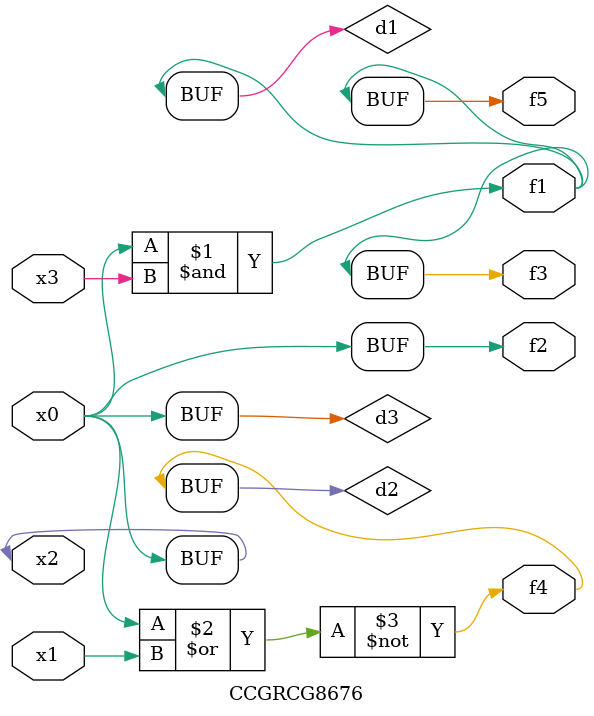
<source format=v>
module CCGRCG8676(
	input x0, x1, x2, x3,
	output f1, f2, f3, f4, f5
);

	wire d1, d2, d3;

	and (d1, x2, x3);
	nor (d2, x0, x1);
	buf (d3, x0, x2);
	assign f1 = d1;
	assign f2 = d3;
	assign f3 = d1;
	assign f4 = d2;
	assign f5 = d1;
endmodule

</source>
